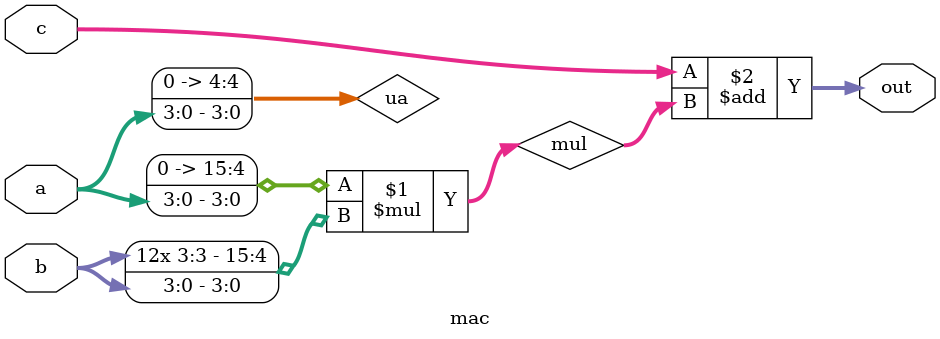
<source format=v>
module mac (out, a, b, c);

parameter bw = 4;
parameter psum_bw = 16;

input         [bw-1:0]   a;     // unsigned activation
input         [bw-1:0]   b;     // signed weight
input         [psum_bw-1:0]  c; // partial sum
output        [psum_bw-1:0] out;

wire          [psum_bw-1:0] mul;
wire          [bw:0] ua;

// Multiplication
assign ua = {1'b0, a[bw-1:0]};         // unsigned a with 5-bit width
assign mul = $signed(ua) * $signed(b);
assign out = $signed(c) + $signed(mul);

endmodule

</source>
